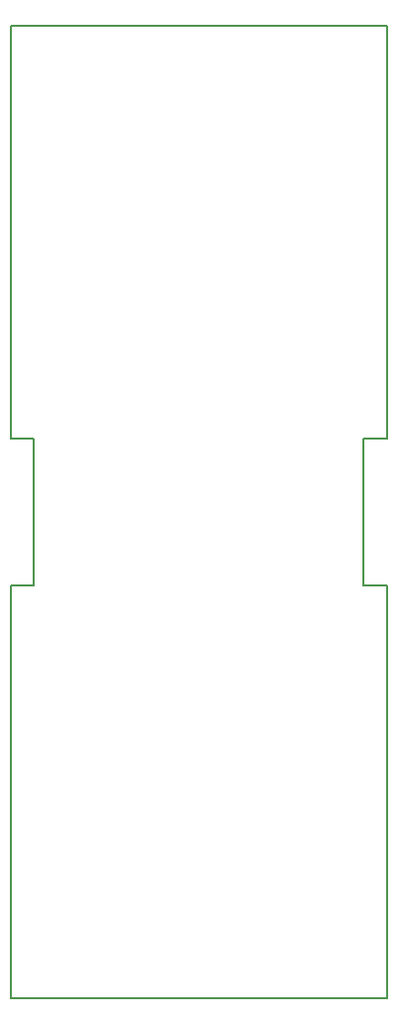
<source format=gbr>
%TF.GenerationSoftware,KiCad,Pcbnew,9.0.1*%
%TF.CreationDate,2025-08-02T01:33:37-07:00*%
%TF.ProjectId,bottom,626f7474-6f6d-42e6-9b69-6361645f7063,A1*%
%TF.SameCoordinates,PX578c1c0PY3d09000*%
%TF.FileFunction,Profile,NP*%
%FSLAX46Y46*%
G04 Gerber Fmt 4.6, Leading zero omitted, Abs format (unit mm)*
G04 Created by KiCad (PCBNEW 9.0.1) date 2025-08-02 01:33:37*
%MOMM*%
%LPD*%
G01*
G04 APERTURE LIST*
%TA.AperFunction,Profile*%
%ADD10C,0.200000*%
%TD*%
G04 APERTURE END LIST*
D10*
X32200000Y0D02*
X0Y0D01*
X0Y0D02*
X0Y-35250000D01*
X2000000Y-35250000D02*
X2000000Y-47750000D01*
X0Y-83000000D02*
X32200000Y-83000000D01*
X0Y-47750000D02*
X0Y-83000000D01*
X30200000Y-35250000D02*
X32200000Y-35250000D01*
X32200000Y-35250000D02*
X32200000Y0D01*
X30200000Y-47750000D02*
X30200000Y-35250000D01*
X2000000Y-47750000D02*
X0Y-47750000D01*
X0Y-35250000D02*
X2000000Y-35250000D01*
X32200000Y-83000000D02*
X32200000Y-47750000D01*
X32200000Y-47750000D02*
X30200000Y-47750000D01*
M02*

</source>
